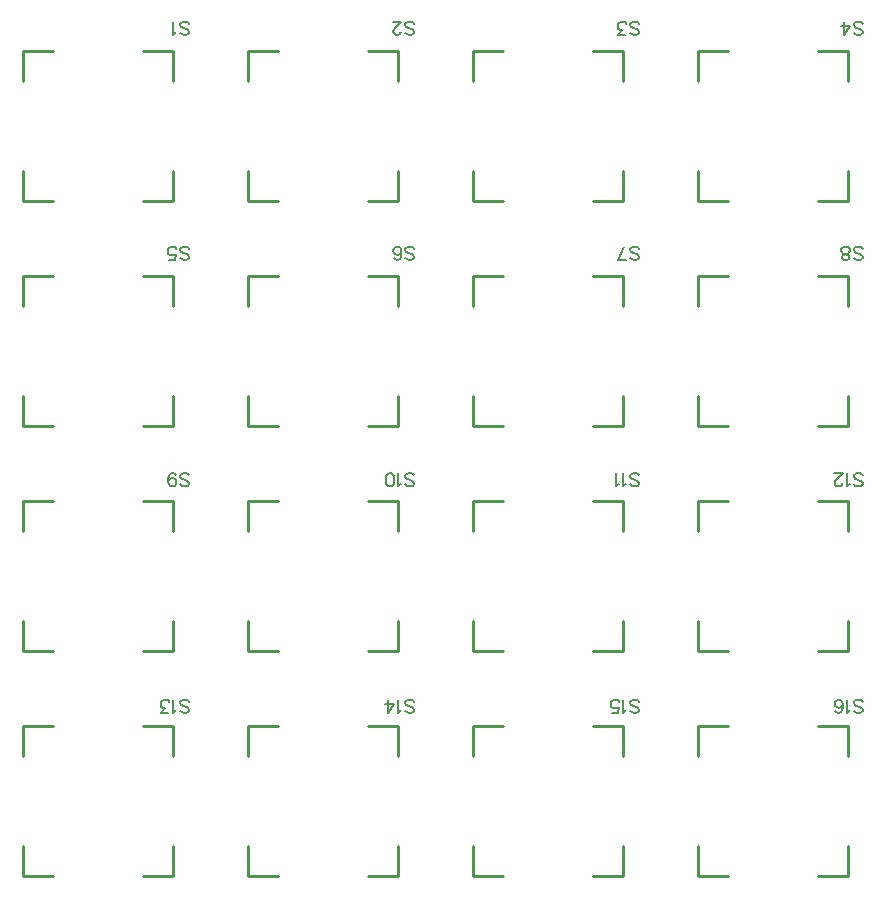
<source format=gto>
G04 Layer: TopSilkscreenLayer*
G04 EasyEDA v6.5.42, 2024-04-23 01:25:34*
G04 37435acb23be492c925ee77293ce4e4e,2f8dee597c2d402b932a0ab9ce23454b,10*
G04 Gerber Generator version 0.2*
G04 Scale: 100 percent, Rotated: No, Reflected: No *
G04 Dimensions in millimeters *
G04 leading zeros omitted , absolute positions ,4 integer and 5 decimal *
%FSLAX45Y45*%
%MOMM*%

%ADD10C,0.1524*%
%ADD11C,0.2540*%

%LPD*%
D10*
X7356856Y-5903734D02*
G01*
X7367270Y-5914148D01*
X7382763Y-5919228D01*
X7403591Y-5919228D01*
X7419086Y-5914148D01*
X7429500Y-5903734D01*
X7429500Y-5893320D01*
X7424420Y-5882906D01*
X7419086Y-5877572D01*
X7408672Y-5872492D01*
X7377429Y-5862078D01*
X7367270Y-5856998D01*
X7361936Y-5851664D01*
X7356856Y-5841250D01*
X7356856Y-5825756D01*
X7367270Y-5815342D01*
X7382763Y-5810262D01*
X7403591Y-5810262D01*
X7419086Y-5815342D01*
X7429500Y-5825756D01*
X7322565Y-5898400D02*
G01*
X7312152Y-5903734D01*
X7296404Y-5919228D01*
X7296404Y-5810262D01*
X7199884Y-5903734D02*
G01*
X7204963Y-5914148D01*
X7220711Y-5919228D01*
X7231125Y-5919228D01*
X7246620Y-5914148D01*
X7257034Y-5898400D01*
X7262113Y-5872492D01*
X7262113Y-5846584D01*
X7257034Y-5825756D01*
X7246620Y-5815342D01*
X7231125Y-5810262D01*
X7225791Y-5810262D01*
X7210297Y-5815342D01*
X7199884Y-5825756D01*
X7194550Y-5841250D01*
X7194550Y-5846584D01*
X7199884Y-5862078D01*
X7210297Y-5872492D01*
X7225791Y-5877572D01*
X7231125Y-5877572D01*
X7246620Y-5872492D01*
X7257034Y-5862078D01*
X7262113Y-5846584D01*
X1654558Y-2068301D02*
G01*
X1664972Y-2078715D01*
X1680466Y-2083795D01*
X1701294Y-2083795D01*
X1716788Y-2078715D01*
X1727202Y-2068301D01*
X1727202Y-2057887D01*
X1722122Y-2047473D01*
X1716788Y-2042139D01*
X1706374Y-2037059D01*
X1675132Y-2026645D01*
X1664972Y-2021565D01*
X1659638Y-2016231D01*
X1654558Y-2005817D01*
X1654558Y-1990323D01*
X1664972Y-1979909D01*
X1680466Y-1974829D01*
X1701294Y-1974829D01*
X1716788Y-1979909D01*
X1727202Y-1990323D01*
X1557784Y-2083795D02*
G01*
X1609854Y-2083795D01*
X1614934Y-2037059D01*
X1609854Y-2042139D01*
X1594106Y-2047473D01*
X1578612Y-2047473D01*
X1563118Y-2042139D01*
X1552704Y-2031979D01*
X1547370Y-2016231D01*
X1547370Y-2005817D01*
X1552704Y-1990323D01*
X1563118Y-1979909D01*
X1578612Y-1974829D01*
X1594106Y-1974829D01*
X1609854Y-1979909D01*
X1614934Y-1984989D01*
X1620268Y-1995403D01*
X3559561Y-2068301D02*
G01*
X3569975Y-2078715D01*
X3585469Y-2083795D01*
X3606297Y-2083795D01*
X3621791Y-2078715D01*
X3632205Y-2068301D01*
X3632205Y-2057887D01*
X3627125Y-2047473D01*
X3621791Y-2042139D01*
X3611377Y-2037059D01*
X3580389Y-2026645D01*
X3569975Y-2021565D01*
X3564641Y-2016231D01*
X3559561Y-2005817D01*
X3559561Y-1990323D01*
X3569975Y-1979909D01*
X3585469Y-1974829D01*
X3606297Y-1974829D01*
X3621791Y-1979909D01*
X3632205Y-1990323D01*
X3462787Y-2068301D02*
G01*
X3468121Y-2078715D01*
X3483615Y-2083795D01*
X3494029Y-2083795D01*
X3509523Y-2078715D01*
X3519937Y-2062967D01*
X3525271Y-2037059D01*
X3525271Y-2011151D01*
X3519937Y-1990323D01*
X3509523Y-1979909D01*
X3494029Y-1974829D01*
X3488949Y-1974829D01*
X3473201Y-1979909D01*
X3462787Y-1990323D01*
X3457707Y-2005817D01*
X3457707Y-2011151D01*
X3462787Y-2026645D01*
X3473201Y-2037059D01*
X3488949Y-2042139D01*
X3494029Y-2042139D01*
X3509523Y-2037059D01*
X3519937Y-2026645D01*
X3525271Y-2011151D01*
X5464566Y-2068301D02*
G01*
X5474980Y-2078715D01*
X5490474Y-2083795D01*
X5511302Y-2083795D01*
X5526796Y-2078715D01*
X5537210Y-2068301D01*
X5537210Y-2057887D01*
X5532130Y-2047473D01*
X5526796Y-2042139D01*
X5516382Y-2037059D01*
X5485394Y-2026645D01*
X5474980Y-2021565D01*
X5469646Y-2016231D01*
X5464566Y-2005817D01*
X5464566Y-1990323D01*
X5474980Y-1979909D01*
X5490474Y-1974829D01*
X5511302Y-1974829D01*
X5526796Y-1979909D01*
X5537210Y-1990323D01*
X5357378Y-2083795D02*
G01*
X5409448Y-1974829D01*
X5430276Y-2083795D02*
G01*
X5357378Y-2083795D01*
X7356856Y-2068301D02*
G01*
X7367270Y-2078715D01*
X7382763Y-2083795D01*
X7403591Y-2083795D01*
X7419086Y-2078715D01*
X7429500Y-2068301D01*
X7429500Y-2057887D01*
X7424420Y-2047473D01*
X7419086Y-2042139D01*
X7408672Y-2037059D01*
X7377429Y-2026645D01*
X7367270Y-2021565D01*
X7361936Y-2016231D01*
X7356856Y-2005817D01*
X7356856Y-1990323D01*
X7367270Y-1979909D01*
X7382763Y-1974829D01*
X7403591Y-1974829D01*
X7419086Y-1979909D01*
X7429500Y-1990323D01*
X7296404Y-2083795D02*
G01*
X7312152Y-2078715D01*
X7317231Y-2068301D01*
X7317231Y-2057887D01*
X7312152Y-2047473D01*
X7301738Y-2042139D01*
X7280909Y-2037059D01*
X7265415Y-2031979D01*
X7255002Y-2021565D01*
X7249668Y-2011151D01*
X7249668Y-1995403D01*
X7255002Y-1984989D01*
X7260081Y-1979909D01*
X7275829Y-1974829D01*
X7296404Y-1974829D01*
X7312152Y-1979909D01*
X7317231Y-1984989D01*
X7322565Y-1995403D01*
X7322565Y-2011151D01*
X7317231Y-2021565D01*
X7306818Y-2031979D01*
X7291324Y-2037059D01*
X7270495Y-2042139D01*
X7260081Y-2047473D01*
X7255002Y-2057887D01*
X7255002Y-2068301D01*
X7260081Y-2078715D01*
X7275829Y-2083795D01*
X7296404Y-2083795D01*
X1654558Y-163324D02*
G01*
X1664972Y-173738D01*
X1680466Y-178818D01*
X1701294Y-178818D01*
X1716788Y-173738D01*
X1727202Y-163324D01*
X1727202Y-152910D01*
X1722122Y-142496D01*
X1716788Y-137162D01*
X1706374Y-132082D01*
X1675132Y-121668D01*
X1664972Y-116588D01*
X1659638Y-111254D01*
X1654558Y-100840D01*
X1654558Y-85346D01*
X1664972Y-74932D01*
X1680466Y-69852D01*
X1701294Y-69852D01*
X1716788Y-74932D01*
X1727202Y-85346D01*
X1620268Y-157990D02*
G01*
X1609854Y-163324D01*
X1594106Y-178818D01*
X1594106Y-69852D01*
X3559561Y-163324D02*
G01*
X3569975Y-173738D01*
X3585469Y-178818D01*
X3606297Y-178818D01*
X3621791Y-173738D01*
X3632205Y-163324D01*
X3632205Y-152910D01*
X3627125Y-142496D01*
X3621791Y-137162D01*
X3611377Y-132082D01*
X3580135Y-121668D01*
X3569975Y-116588D01*
X3564641Y-111254D01*
X3559561Y-100840D01*
X3559561Y-85346D01*
X3569975Y-74932D01*
X3585469Y-69852D01*
X3606297Y-69852D01*
X3621791Y-74932D01*
X3632205Y-85346D01*
X3519937Y-152910D02*
G01*
X3519937Y-157990D01*
X3514857Y-168404D01*
X3509523Y-173738D01*
X3499109Y-178818D01*
X3478535Y-178818D01*
X3468121Y-173738D01*
X3462787Y-168404D01*
X3457707Y-157990D01*
X3457707Y-147576D01*
X3462787Y-137162D01*
X3473201Y-121668D01*
X3525271Y-69852D01*
X3452373Y-69852D01*
X5464568Y-163321D02*
G01*
X5474982Y-173736D01*
X5490476Y-178815D01*
X5511304Y-178815D01*
X5526798Y-173736D01*
X5537212Y-163321D01*
X5537212Y-152907D01*
X5532132Y-142494D01*
X5526798Y-137160D01*
X5516384Y-132079D01*
X5485142Y-121665D01*
X5474982Y-116586D01*
X5469648Y-111252D01*
X5464568Y-100837D01*
X5464568Y-85344D01*
X5474982Y-74929D01*
X5490476Y-69850D01*
X5511304Y-69850D01*
X5526798Y-74929D01*
X5537212Y-85344D01*
X5419864Y-178815D02*
G01*
X5362714Y-178815D01*
X5393702Y-137160D01*
X5378208Y-137160D01*
X5367794Y-132079D01*
X5362714Y-127000D01*
X5357380Y-111252D01*
X5357380Y-100837D01*
X5362714Y-85344D01*
X5373128Y-74929D01*
X5388622Y-69850D01*
X5404116Y-69850D01*
X5419864Y-74929D01*
X5424944Y-80010D01*
X5430278Y-90423D01*
X7356856Y-163324D02*
G01*
X7367270Y-173738D01*
X7382763Y-178818D01*
X7403591Y-178818D01*
X7419086Y-173738D01*
X7429500Y-163324D01*
X7429500Y-152910D01*
X7424420Y-142496D01*
X7419086Y-137162D01*
X7408672Y-132082D01*
X7377429Y-121668D01*
X7367270Y-116588D01*
X7361936Y-111254D01*
X7356856Y-100840D01*
X7356856Y-85346D01*
X7367270Y-74932D01*
X7382763Y-69852D01*
X7403591Y-69852D01*
X7419086Y-74932D01*
X7429500Y-85346D01*
X7270495Y-178818D02*
G01*
X7322565Y-106174D01*
X7244588Y-106174D01*
X7270495Y-178818D02*
G01*
X7270495Y-69852D01*
X1654558Y-3986032D02*
G01*
X1664972Y-3996446D01*
X1680466Y-4001526D01*
X1701294Y-4001526D01*
X1716788Y-3996446D01*
X1727202Y-3986032D01*
X1727202Y-3975618D01*
X1722122Y-3965204D01*
X1716788Y-3959870D01*
X1706374Y-3954790D01*
X1675132Y-3944376D01*
X1664972Y-3939296D01*
X1659638Y-3933962D01*
X1654558Y-3923548D01*
X1654558Y-3908054D01*
X1664972Y-3897640D01*
X1680466Y-3892560D01*
X1701294Y-3892560D01*
X1716788Y-3897640D01*
X1727202Y-3908054D01*
X1552704Y-3965204D02*
G01*
X1557784Y-3949710D01*
X1568198Y-3939296D01*
X1583692Y-3933962D01*
X1589026Y-3933962D01*
X1604520Y-3939296D01*
X1614934Y-3949710D01*
X1620268Y-3965204D01*
X1620268Y-3970284D01*
X1614934Y-3986032D01*
X1604520Y-3996446D01*
X1589026Y-4001526D01*
X1583692Y-4001526D01*
X1568198Y-3996446D01*
X1557784Y-3986032D01*
X1552704Y-3965204D01*
X1552704Y-3939296D01*
X1557784Y-3913134D01*
X1568198Y-3897640D01*
X1583692Y-3892560D01*
X1594106Y-3892560D01*
X1609854Y-3897640D01*
X1614934Y-3908054D01*
X3559561Y-3986032D02*
G01*
X3569975Y-3996446D01*
X3585469Y-4001526D01*
X3606297Y-4001526D01*
X3621791Y-3996446D01*
X3632205Y-3986032D01*
X3632205Y-3975618D01*
X3627125Y-3965204D01*
X3621791Y-3959870D01*
X3611377Y-3954790D01*
X3580135Y-3944376D01*
X3569975Y-3939296D01*
X3564641Y-3933962D01*
X3559561Y-3923548D01*
X3559561Y-3908054D01*
X3569975Y-3897640D01*
X3585469Y-3892560D01*
X3606297Y-3892560D01*
X3621791Y-3897640D01*
X3632205Y-3908054D01*
X3525271Y-3980698D02*
G01*
X3514857Y-3986032D01*
X3499109Y-4001526D01*
X3499109Y-3892560D01*
X3433831Y-4001526D02*
G01*
X3449325Y-3996446D01*
X3459739Y-3980698D01*
X3464819Y-3954790D01*
X3464819Y-3939296D01*
X3459739Y-3913134D01*
X3449325Y-3897640D01*
X3433831Y-3892560D01*
X3423417Y-3892560D01*
X3407669Y-3897640D01*
X3397255Y-3913134D01*
X3392175Y-3939296D01*
X3392175Y-3954790D01*
X3397255Y-3980698D01*
X3407669Y-3996446D01*
X3423417Y-4001526D01*
X3433831Y-4001526D01*
X5464566Y-3986032D02*
G01*
X5474980Y-3996446D01*
X5490474Y-4001526D01*
X5511302Y-4001526D01*
X5526796Y-3996446D01*
X5537210Y-3986032D01*
X5537210Y-3975618D01*
X5532130Y-3965204D01*
X5526796Y-3959870D01*
X5516382Y-3954790D01*
X5485140Y-3944376D01*
X5474980Y-3939296D01*
X5469646Y-3933962D01*
X5464566Y-3923548D01*
X5464566Y-3908054D01*
X5474980Y-3897640D01*
X5490474Y-3892560D01*
X5511302Y-3892560D01*
X5526796Y-3897640D01*
X5537210Y-3908054D01*
X5430276Y-3980698D02*
G01*
X5419862Y-3986032D01*
X5404114Y-4001526D01*
X5404114Y-3892560D01*
X5369824Y-3980698D02*
G01*
X5359410Y-3986032D01*
X5343916Y-4001526D01*
X5343916Y-3892560D01*
X7356856Y-3986032D02*
G01*
X7367270Y-3996446D01*
X7382763Y-4001526D01*
X7403591Y-4001526D01*
X7419086Y-3996446D01*
X7429500Y-3986032D01*
X7429500Y-3975618D01*
X7424420Y-3965204D01*
X7419086Y-3959870D01*
X7408672Y-3954790D01*
X7377429Y-3944376D01*
X7367270Y-3939296D01*
X7361936Y-3933962D01*
X7356856Y-3923548D01*
X7356856Y-3908054D01*
X7367270Y-3897640D01*
X7382763Y-3892560D01*
X7403591Y-3892560D01*
X7419086Y-3897640D01*
X7429500Y-3908054D01*
X7322565Y-3980698D02*
G01*
X7312152Y-3986032D01*
X7296404Y-4001526D01*
X7296404Y-3892560D01*
X7257034Y-3975618D02*
G01*
X7257034Y-3980698D01*
X7251700Y-3991112D01*
X7246620Y-3996446D01*
X7236206Y-4001526D01*
X7215377Y-4001526D01*
X7204963Y-3996446D01*
X7199884Y-3991112D01*
X7194550Y-3980698D01*
X7194550Y-3970284D01*
X7199884Y-3959870D01*
X7210297Y-3944376D01*
X7262113Y-3892560D01*
X7189470Y-3892560D01*
X1654558Y-5903734D02*
G01*
X1664972Y-5914148D01*
X1680466Y-5919228D01*
X1701294Y-5919228D01*
X1716788Y-5914148D01*
X1727202Y-5903734D01*
X1727202Y-5893320D01*
X1722122Y-5882906D01*
X1716788Y-5877572D01*
X1706374Y-5872492D01*
X1675132Y-5862078D01*
X1664972Y-5856998D01*
X1659638Y-5851664D01*
X1654558Y-5841250D01*
X1654558Y-5825756D01*
X1664972Y-5815342D01*
X1680466Y-5810262D01*
X1701294Y-5810262D01*
X1716788Y-5815342D01*
X1727202Y-5825756D01*
X1620268Y-5898400D02*
G01*
X1609854Y-5903734D01*
X1594106Y-5919228D01*
X1594106Y-5810262D01*
X1549402Y-5919228D02*
G01*
X1492252Y-5919228D01*
X1523494Y-5877572D01*
X1508000Y-5877572D01*
X1497586Y-5872492D01*
X1492252Y-5867412D01*
X1487172Y-5851664D01*
X1487172Y-5841250D01*
X1492252Y-5825756D01*
X1502666Y-5815342D01*
X1518414Y-5810262D01*
X1533908Y-5810262D01*
X1549402Y-5815342D01*
X1554736Y-5820422D01*
X1559816Y-5830836D01*
X3559561Y-5903734D02*
G01*
X3569975Y-5914148D01*
X3585469Y-5919228D01*
X3606297Y-5919228D01*
X3621791Y-5914148D01*
X3632205Y-5903734D01*
X3632205Y-5893320D01*
X3627125Y-5882906D01*
X3621791Y-5877572D01*
X3611377Y-5872492D01*
X3580135Y-5862078D01*
X3569975Y-5856998D01*
X3564641Y-5851664D01*
X3559561Y-5841250D01*
X3559561Y-5825756D01*
X3569975Y-5815342D01*
X3585469Y-5810262D01*
X3606297Y-5810262D01*
X3621791Y-5815342D01*
X3632205Y-5825756D01*
X3525271Y-5898400D02*
G01*
X3514857Y-5903734D01*
X3499109Y-5919228D01*
X3499109Y-5810262D01*
X3413003Y-5919228D02*
G01*
X3464819Y-5846584D01*
X3387095Y-5846584D01*
X3413003Y-5919228D02*
G01*
X3413003Y-5810262D01*
X5464566Y-5903734D02*
G01*
X5474980Y-5914148D01*
X5490474Y-5919228D01*
X5511302Y-5919228D01*
X5526796Y-5914148D01*
X5537210Y-5903734D01*
X5537210Y-5893320D01*
X5532130Y-5882906D01*
X5526796Y-5877572D01*
X5516382Y-5872492D01*
X5485140Y-5862078D01*
X5474980Y-5856998D01*
X5469646Y-5851664D01*
X5464566Y-5841250D01*
X5464566Y-5825756D01*
X5474980Y-5815342D01*
X5490474Y-5810262D01*
X5511302Y-5810262D01*
X5526796Y-5815342D01*
X5537210Y-5825756D01*
X5430276Y-5898400D02*
G01*
X5419862Y-5903734D01*
X5404114Y-5919228D01*
X5404114Y-5810262D01*
X5307594Y-5919228D02*
G01*
X5359410Y-5919228D01*
X5364744Y-5872492D01*
X5359410Y-5877572D01*
X5343916Y-5882906D01*
X5328422Y-5882906D01*
X5312674Y-5877572D01*
X5302260Y-5867412D01*
X5297180Y-5851664D01*
X5297180Y-5841250D01*
X5302260Y-5825756D01*
X5312674Y-5815342D01*
X5328422Y-5810262D01*
X5343916Y-5810262D01*
X5359410Y-5815342D01*
X5364744Y-5820422D01*
X5369824Y-5830836D01*
D11*
X7302500Y-7048487D02*
G01*
X7302500Y-7302487D01*
X7048500Y-7302487D01*
X6286500Y-6032487D02*
G01*
X6032500Y-6032487D01*
X6032500Y-6286487D01*
X7302500Y-6286487D02*
G01*
X7302500Y-6032487D01*
X7048500Y-6032487D01*
X6032500Y-7048487D02*
G01*
X6032500Y-7302487D01*
X6286500Y-7302487D01*
X1587497Y-3238494D02*
G01*
X1587497Y-3492494D01*
X1333497Y-3492494D01*
X571497Y-2222494D02*
G01*
X317497Y-2222494D01*
X317497Y-2476494D01*
X1587497Y-2476494D02*
G01*
X1587497Y-2222494D01*
X1333497Y-2222494D01*
X317497Y-3238494D02*
G01*
X317497Y-3492494D01*
X571497Y-3492494D01*
X3492494Y-3238494D02*
G01*
X3492494Y-3492494D01*
X3238494Y-3492494D01*
X2476494Y-2222494D02*
G01*
X2222494Y-2222494D01*
X2222494Y-2476494D01*
X3492494Y-2476494D02*
G01*
X3492494Y-2222494D01*
X3238494Y-2222494D01*
X2222494Y-3238494D02*
G01*
X2222494Y-3492494D01*
X2476494Y-3492494D01*
X5397489Y-3238494D02*
G01*
X5397489Y-3492494D01*
X5143489Y-3492494D01*
X4381489Y-2222494D02*
G01*
X4127489Y-2222494D01*
X4127489Y-2476494D01*
X5397489Y-2476494D02*
G01*
X5397489Y-2222494D01*
X5143489Y-2222494D01*
X4127489Y-3238494D02*
G01*
X4127489Y-3492494D01*
X4381489Y-3492494D01*
X7302487Y-3238494D02*
G01*
X7302487Y-3492494D01*
X7048487Y-3492494D01*
X6286487Y-2222494D02*
G01*
X6032487Y-2222494D01*
X6032487Y-2476494D01*
X7302487Y-2476494D02*
G01*
X7302487Y-2222494D01*
X7048487Y-2222494D01*
X6032487Y-3238494D02*
G01*
X6032487Y-3492494D01*
X6286487Y-3492494D01*
X1587497Y-1333497D02*
G01*
X1587497Y-1587497D01*
X1333497Y-1587497D01*
X571497Y-317497D02*
G01*
X317497Y-317497D01*
X317497Y-571497D01*
X1587497Y-571497D02*
G01*
X1587497Y-317497D01*
X1333497Y-317497D01*
X317497Y-1333497D02*
G01*
X317497Y-1587497D01*
X571497Y-1587497D01*
X3492494Y-1333497D02*
G01*
X3492494Y-1587497D01*
X3238494Y-1587497D01*
X2476494Y-317497D02*
G01*
X2222494Y-317497D01*
X2222494Y-571497D01*
X3492494Y-571497D02*
G01*
X3492494Y-317497D01*
X3238494Y-317497D01*
X2222494Y-1333497D02*
G01*
X2222494Y-1587497D01*
X2476494Y-1587497D01*
X5397500Y-1333500D02*
G01*
X5397500Y-1587500D01*
X5143500Y-1587500D01*
X4381500Y-317500D02*
G01*
X4127500Y-317500D01*
X4127500Y-571500D01*
X5397500Y-571500D02*
G01*
X5397500Y-317500D01*
X5143500Y-317500D01*
X4127500Y-1333500D02*
G01*
X4127500Y-1587500D01*
X4381500Y-1587500D01*
X7302487Y-1333497D02*
G01*
X7302487Y-1587497D01*
X7048487Y-1587497D01*
X6286487Y-317497D02*
G01*
X6032487Y-317497D01*
X6032487Y-571497D01*
X7302487Y-571497D02*
G01*
X7302487Y-317497D01*
X7048487Y-317497D01*
X6032487Y-1333497D02*
G01*
X6032487Y-1587497D01*
X6286487Y-1587497D01*
X1587497Y-5143489D02*
G01*
X1587497Y-5397489D01*
X1333497Y-5397489D01*
X571497Y-4127489D02*
G01*
X317497Y-4127489D01*
X317497Y-4381489D01*
X1587497Y-4381489D02*
G01*
X1587497Y-4127489D01*
X1333497Y-4127489D01*
X317497Y-5143489D02*
G01*
X317497Y-5397489D01*
X571497Y-5397489D01*
X3492494Y-5143489D02*
G01*
X3492494Y-5397489D01*
X3238494Y-5397489D01*
X2476494Y-4127489D02*
G01*
X2222494Y-4127489D01*
X2222494Y-4381489D01*
X3492494Y-4381489D02*
G01*
X3492494Y-4127489D01*
X3238494Y-4127489D01*
X2222494Y-5143489D02*
G01*
X2222494Y-5397489D01*
X2476494Y-5397489D01*
X5397489Y-5143489D02*
G01*
X5397489Y-5397489D01*
X5143489Y-5397489D01*
X4381489Y-4127489D02*
G01*
X4127489Y-4127489D01*
X4127489Y-4381489D01*
X5397489Y-4381489D02*
G01*
X5397489Y-4127489D01*
X5143489Y-4127489D01*
X4127489Y-5143489D02*
G01*
X4127489Y-5397489D01*
X4381489Y-5397489D01*
X7302487Y-5143489D02*
G01*
X7302487Y-5397489D01*
X7048487Y-5397489D01*
X6286487Y-4127489D02*
G01*
X6032487Y-4127489D01*
X6032487Y-4381489D01*
X7302487Y-4381489D02*
G01*
X7302487Y-4127489D01*
X7048487Y-4127489D01*
X6032487Y-5143489D02*
G01*
X6032487Y-5397489D01*
X6286487Y-5397489D01*
X1587497Y-7048487D02*
G01*
X1587497Y-7302487D01*
X1333497Y-7302487D01*
X571497Y-6032487D02*
G01*
X317497Y-6032487D01*
X317497Y-6286487D01*
X1587497Y-6286487D02*
G01*
X1587497Y-6032487D01*
X1333497Y-6032487D01*
X317497Y-7048487D02*
G01*
X317497Y-7302487D01*
X571497Y-7302487D01*
X3492494Y-7048487D02*
G01*
X3492494Y-7302487D01*
X3238494Y-7302487D01*
X2476494Y-6032487D02*
G01*
X2222494Y-6032487D01*
X2222494Y-6286487D01*
X3492494Y-6286487D02*
G01*
X3492494Y-6032487D01*
X3238494Y-6032487D01*
X2222494Y-7048487D02*
G01*
X2222494Y-7302487D01*
X2476494Y-7302487D01*
X5397489Y-7048487D02*
G01*
X5397489Y-7302487D01*
X5143489Y-7302487D01*
X4381489Y-6032487D02*
G01*
X4127489Y-6032487D01*
X4127489Y-6286487D01*
X5397489Y-6286487D02*
G01*
X5397489Y-6032487D01*
X5143489Y-6032487D01*
X4127489Y-7048487D02*
G01*
X4127489Y-7302487D01*
X4381489Y-7302487D01*
M02*

</source>
